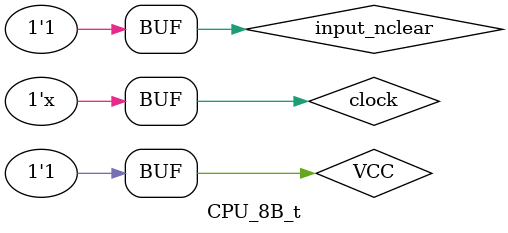
<source format=v>
module CPU_8B_t ();

    reg input_nclear, clock, VCC, output_serial_out;

    CPU_8B cpu(input_nclear, clock, VCC, output_serial_out);

    initial begin
        $dumpfile("CPU_8B.vcd");
        $dumpvars;

        clock = 0;
        input_nclear = 0;
        VCC = 1;
        #100;
        input_nclear = 1;

    end

    always #50 begin
        clock = ~clock;
    end
    
endmodule
</source>
